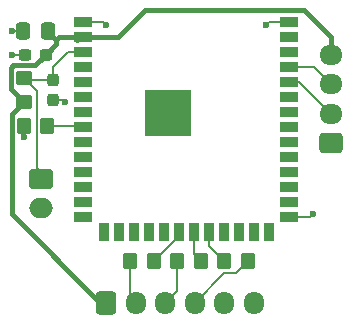
<source format=gbr>
%TF.GenerationSoftware,KiCad,Pcbnew,8.0.8*%
%TF.CreationDate,2025-02-07T05:45:52-05:00*%
%TF.ProjectId,ESP32_BluetoothModule_TerrapinRockets,45535033-325f-4426-9c75-65746f6f7468,rev?*%
%TF.SameCoordinates,Original*%
%TF.FileFunction,Copper,L1,Top*%
%TF.FilePolarity,Positive*%
%FSLAX46Y46*%
G04 Gerber Fmt 4.6, Leading zero omitted, Abs format (unit mm)*
G04 Created by KiCad (PCBNEW 8.0.8) date 2025-02-07 05:45:52*
%MOMM*%
%LPD*%
G01*
G04 APERTURE LIST*
G04 Aperture macros list*
%AMRoundRect*
0 Rectangle with rounded corners*
0 $1 Rounding radius*
0 $2 $3 $4 $5 $6 $7 $8 $9 X,Y pos of 4 corners*
0 Add a 4 corners polygon primitive as box body*
4,1,4,$2,$3,$4,$5,$6,$7,$8,$9,$2,$3,0*
0 Add four circle primitives for the rounded corners*
1,1,$1+$1,$2,$3*
1,1,$1+$1,$4,$5*
1,1,$1+$1,$6,$7*
1,1,$1+$1,$8,$9*
0 Add four rect primitives between the rounded corners*
20,1,$1+$1,$2,$3,$4,$5,0*
20,1,$1+$1,$4,$5,$6,$7,0*
20,1,$1+$1,$6,$7,$8,$9,0*
20,1,$1+$1,$8,$9,$2,$3,0*%
G04 Aperture macros list end*
%TA.AperFunction,ComponentPad*%
%ADD10RoundRect,0.250000X0.725000X-0.600000X0.725000X0.600000X-0.725000X0.600000X-0.725000X-0.600000X0*%
%TD*%
%TA.AperFunction,ComponentPad*%
%ADD11O,1.950000X1.700000*%
%TD*%
%TA.AperFunction,ComponentPad*%
%ADD12RoundRect,0.250000X-0.750000X0.600000X-0.750000X-0.600000X0.750000X-0.600000X0.750000X0.600000X0*%
%TD*%
%TA.AperFunction,ComponentPad*%
%ADD13O,2.000000X1.700000*%
%TD*%
%TA.AperFunction,SMDPad,CuDef*%
%ADD14R,1.500000X0.900000*%
%TD*%
%TA.AperFunction,SMDPad,CuDef*%
%ADD15R,0.900000X1.500000*%
%TD*%
%TA.AperFunction,HeatsinkPad*%
%ADD16C,0.600000*%
%TD*%
%TA.AperFunction,HeatsinkPad*%
%ADD17R,3.900000X3.900000*%
%TD*%
%TA.AperFunction,SMDPad,CuDef*%
%ADD18RoundRect,0.250000X-0.350000X-0.450000X0.350000X-0.450000X0.350000X0.450000X-0.350000X0.450000X0*%
%TD*%
%TA.AperFunction,SMDPad,CuDef*%
%ADD19RoundRect,0.237500X0.300000X0.237500X-0.300000X0.237500X-0.300000X-0.237500X0.300000X-0.237500X0*%
%TD*%
%TA.AperFunction,SMDPad,CuDef*%
%ADD20RoundRect,0.250000X0.337500X0.475000X-0.337500X0.475000X-0.337500X-0.475000X0.337500X-0.475000X0*%
%TD*%
%TA.AperFunction,ComponentPad*%
%ADD21RoundRect,0.250000X-0.600000X-0.725000X0.600000X-0.725000X0.600000X0.725000X-0.600000X0.725000X0*%
%TD*%
%TA.AperFunction,ComponentPad*%
%ADD22O,1.700000X1.950000*%
%TD*%
%TA.AperFunction,SMDPad,CuDef*%
%ADD23RoundRect,0.237500X-0.237500X0.300000X-0.237500X-0.300000X0.237500X-0.300000X0.237500X0.300000X0*%
%TD*%
%TA.AperFunction,SMDPad,CuDef*%
%ADD24RoundRect,0.250000X0.450000X-0.350000X0.450000X0.350000X-0.450000X0.350000X-0.450000X-0.350000X0*%
%TD*%
%TA.AperFunction,SMDPad,CuDef*%
%ADD25RoundRect,0.250000X0.350000X0.450000X-0.350000X0.450000X-0.350000X-0.450000X0.350000X-0.450000X0*%
%TD*%
%TA.AperFunction,ViaPad*%
%ADD26C,0.600000*%
%TD*%
%TA.AperFunction,Conductor*%
%ADD27C,0.200000*%
%TD*%
%TA.AperFunction,Conductor*%
%ADD28C,0.400000*%
%TD*%
G04 APERTURE END LIST*
D10*
%TO.P,J2,1,Pin_1*%
%TO.N,GND*%
X132000000Y-117000000D03*
D11*
%TO.P,J2,2,Pin_2*%
%TO.N,/RX*%
X132000000Y-114500000D03*
%TO.P,J2,3,Pin_3*%
%TO.N,/TX*%
X132000000Y-112000000D03*
%TO.P,J2,4,Pin_4*%
%TO.N,+3.3V*%
X132000000Y-109500000D03*
%TD*%
D12*
%TO.P,J1,1,Pin_1*%
%TO.N,/EN*%
X107500000Y-120000000D03*
D13*
%TO.P,J1,2,Pin_2*%
%TO.N,/IO0*%
X107500000Y-122500000D03*
%TD*%
D14*
%TO.P,U2,1,GND*%
%TO.N,GND*%
X111000000Y-106740000D03*
%TO.P,U2,2,3V3*%
%TO.N,+3.3V*%
X111000000Y-108010000D03*
%TO.P,U2,3,EN*%
%TO.N,/EN*%
X111000000Y-109280000D03*
%TO.P,U2,4,IO4*%
%TO.N,unconnected-(U2-IO4-Pad4)*%
X111000000Y-110550000D03*
%TO.P,U2,5,IO5*%
%TO.N,unconnected-(U2-IO5-Pad5)*%
X111000000Y-111820000D03*
%TO.P,U2,6,IO6*%
%TO.N,unconnected-(U2-IO6-Pad6)*%
X111000000Y-113090000D03*
%TO.P,U2,7,IO7*%
%TO.N,unconnected-(U2-IO7-Pad7)*%
X111000000Y-114360000D03*
%TO.P,U2,8,IO15*%
%TO.N,/IO15*%
X111000000Y-115630000D03*
%TO.P,U2,9,IO16*%
%TO.N,unconnected-(U2-IO16-Pad9)*%
X111000000Y-116900000D03*
%TO.P,U2,10,IO17*%
%TO.N,unconnected-(U2-IO17-Pad10)*%
X111000000Y-118170000D03*
%TO.P,U2,11,IO18*%
%TO.N,unconnected-(U2-IO18-Pad11)*%
X111000000Y-119440000D03*
%TO.P,U2,12,IO8*%
%TO.N,unconnected-(U2-IO8-Pad12)*%
X111000000Y-120710000D03*
%TO.P,U2,13,USB_D-*%
%TO.N,unconnected-(U2-USB_D--Pad13)*%
X111000000Y-121980000D03*
%TO.P,U2,14,USB_D+*%
%TO.N,unconnected-(U2-USB_D+-Pad14)*%
X111000000Y-123250000D03*
D15*
%TO.P,U2,15,IO3*%
%TO.N,unconnected-(U2-IO3-Pad15)*%
X112765000Y-124500000D03*
%TO.P,U2,16,IO46*%
%TO.N,unconnected-(U2-IO46-Pad16)*%
X114035000Y-124500000D03*
%TO.P,U2,17,IO9*%
%TO.N,unconnected-(U2-IO9-Pad17)*%
X115305000Y-124500000D03*
%TO.P,U2,18,IO10*%
%TO.N,unconnected-(U2-IO10-Pad18)*%
X116575000Y-124500000D03*
%TO.P,U2,19,IO11*%
%TO.N,unconnected-(U2-IO11-Pad19)*%
X117845000Y-124500000D03*
%TO.P,U2,20,IO12*%
%TO.N,/IO12*%
X119115000Y-124500000D03*
%TO.P,U2,21,IO13*%
%TO.N,/IO13*%
X120385000Y-124500000D03*
%TO.P,U2,22,IO14*%
%TO.N,/IO14*%
X121655000Y-124500000D03*
%TO.P,U2,23,IO21*%
%TO.N,unconnected-(U2-IO21-Pad23)*%
X122925000Y-124500000D03*
%TO.P,U2,24,IO47*%
%TO.N,unconnected-(U2-IO47-Pad24)*%
X124195000Y-124500000D03*
%TO.P,U2,25,IO48*%
%TO.N,unconnected-(U2-IO48-Pad25)*%
X125465000Y-124500000D03*
%TO.P,U2,26,IO45*%
%TO.N,unconnected-(U2-IO45-Pad26)*%
X126735000Y-124500000D03*
D14*
%TO.P,U2,27,IO0*%
%TO.N,/IO0*%
X128500000Y-123250000D03*
%TO.P,U2,28,IO35*%
%TO.N,unconnected-(U2-IO35-Pad28)*%
X128500000Y-121980000D03*
%TO.P,U2,29,IO36*%
%TO.N,unconnected-(U2-IO36-Pad29)*%
X128500000Y-120710000D03*
%TO.P,U2,30,IO37*%
%TO.N,unconnected-(U2-IO37-Pad30)*%
X128500000Y-119440000D03*
%TO.P,U2,31,IO38*%
%TO.N,unconnected-(U2-IO38-Pad31)*%
X128500000Y-118170000D03*
%TO.P,U2,32,IO39*%
%TO.N,unconnected-(U2-IO39-Pad32)*%
X128500000Y-116900000D03*
%TO.P,U2,33,IO40*%
%TO.N,unconnected-(U2-IO40-Pad33)*%
X128500000Y-115630000D03*
%TO.P,U2,34,IO41*%
%TO.N,unconnected-(U2-IO41-Pad34)*%
X128500000Y-114360000D03*
%TO.P,U2,35,IO42*%
%TO.N,unconnected-(U2-IO42-Pad35)*%
X128500000Y-113090000D03*
%TO.P,U2,36,RXD0*%
%TO.N,/RX*%
X128500000Y-111820000D03*
%TO.P,U2,37,TXD0*%
%TO.N,/TX*%
X128500000Y-110550000D03*
%TO.P,U2,38,IO2*%
%TO.N,unconnected-(U2-IO2-Pad38)*%
X128500000Y-109280000D03*
%TO.P,U2,39,IO1*%
%TO.N,unconnected-(U2-IO1-Pad39)*%
X128500000Y-108010000D03*
%TO.P,U2,40,GND*%
%TO.N,GND*%
X128500000Y-106740000D03*
D16*
%TO.P,U2,41,GND*%
X116850000Y-113760000D03*
X116850000Y-115160000D03*
X117550000Y-113060000D03*
X117550000Y-114460000D03*
X117550000Y-115860000D03*
X118250000Y-113760000D03*
D17*
X118250000Y-114460000D03*
D16*
X118250000Y-115160000D03*
X118950000Y-113060000D03*
X118950000Y-114460000D03*
X118950000Y-115860000D03*
X119650000Y-113760000D03*
X119650000Y-115160000D03*
%TD*%
D18*
%TO.P,R5,1*%
%TO.N,Net-(J3-Pin_5)*%
X106000000Y-115500000D03*
%TO.P,R5,2*%
%TO.N,/IO15*%
X108000000Y-115500000D03*
%TD*%
D19*
%TO.P,C2,1*%
%TO.N,+3.3V*%
X107862500Y-109500000D03*
%TO.P,C2,2*%
%TO.N,GND*%
X106137500Y-109500000D03*
%TD*%
D20*
%TO.P,C1,1*%
%TO.N,+3.3V*%
X108037500Y-107500000D03*
%TO.P,C1,2*%
%TO.N,GND*%
X105962500Y-107500000D03*
%TD*%
D18*
%TO.P,R2,1*%
%TO.N,Net-(J3-Pin_2)*%
X115000000Y-127000000D03*
%TO.P,R2,2*%
%TO.N,/IO12*%
X117000000Y-127000000D03*
%TD*%
D21*
%TO.P,J3,1,Pin_1*%
%TO.N,+3.3V*%
X113000000Y-130500000D03*
D22*
%TO.P,J3,2,Pin_2*%
%TO.N,Net-(J3-Pin_2)*%
X115500000Y-130500000D03*
%TO.P,J3,3,Pin_3*%
%TO.N,Net-(J3-Pin_3)*%
X118000000Y-130500000D03*
%TO.P,J3,4,Pin_4*%
%TO.N,Net-(J3-Pin_4)*%
X120500000Y-130500000D03*
%TO.P,J3,5,Pin_5*%
%TO.N,Net-(J3-Pin_5)*%
X123000000Y-130500000D03*
%TO.P,J3,6,Pin_6*%
%TO.N,GND*%
X125500000Y-130500000D03*
%TD*%
D23*
%TO.P,C3,1*%
%TO.N,/EN*%
X108500000Y-111637500D03*
%TO.P,C3,2*%
%TO.N,GND*%
X108500000Y-113362500D03*
%TD*%
D24*
%TO.P,R1,1*%
%TO.N,+3.3V*%
X106000000Y-113500000D03*
%TO.P,R1,2*%
%TO.N,/EN*%
X106000000Y-111500000D03*
%TD*%
D25*
%TO.P,R4,1*%
%TO.N,Net-(J3-Pin_4)*%
X125000000Y-127000000D03*
%TO.P,R4,2*%
%TO.N,/IO14*%
X123000000Y-127000000D03*
%TD*%
D18*
%TO.P,R3,1*%
%TO.N,Net-(J3-Pin_3)*%
X119000000Y-127000000D03*
%TO.P,R3,2*%
%TO.N,/IO13*%
X121000000Y-127000000D03*
%TD*%
D26*
%TO.N,GND*%
X126500000Y-107000000D03*
%TO.N,/IO0*%
X130500000Y-123000000D03*
%TO.N,Net-(J3-Pin_5)*%
X106000000Y-116500000D03*
%TO.N,GND*%
X105000000Y-109500000D03*
X109500000Y-113500000D03*
X113000000Y-107000000D03*
X105000000Y-107500000D03*
%TD*%
D27*
%TO.N,GND*%
X126760000Y-106740000D02*
X126500000Y-107000000D01*
X128500000Y-106740000D02*
X126760000Y-106740000D01*
%TO.N,/IO0*%
X130250000Y-123250000D02*
X128500000Y-123250000D01*
X130500000Y-123000000D02*
X130250000Y-123250000D01*
D28*
%TO.N,+3.3V*%
X105000000Y-123000000D02*
X112500000Y-130500000D01*
X105000000Y-114500000D02*
X105000000Y-123000000D01*
X112500000Y-130500000D02*
X113000000Y-130500000D01*
X106000000Y-113500000D02*
X105000000Y-114500000D01*
D27*
%TO.N,GND*%
X112740000Y-106740000D02*
X110700000Y-106740000D01*
X110700000Y-106740000D02*
X110500000Y-106940000D01*
X113000000Y-107000000D02*
X112740000Y-106740000D01*
X105962500Y-107500000D02*
X105000000Y-107500000D01*
X106137500Y-109500000D02*
X105000000Y-109500000D01*
%TO.N,/EN*%
X107100000Y-112600000D02*
X106000000Y-111500000D01*
X107500000Y-119500000D02*
X107100000Y-119100000D01*
X107100000Y-119100000D02*
X107100000Y-112600000D01*
X107500000Y-120000000D02*
X107500000Y-119500000D01*
D28*
%TO.N,+3.3V*%
X129700000Y-105700000D02*
X132000000Y-108000000D01*
X116300000Y-105700000D02*
X129700000Y-105700000D01*
X113990000Y-108010000D02*
X116300000Y-105700000D01*
X111000000Y-108010000D02*
X113990000Y-108010000D01*
X132000000Y-108000000D02*
X132000000Y-109500000D01*
X110300000Y-108010000D02*
X110500000Y-108210000D01*
X108747500Y-108210000D02*
X108947500Y-108010000D01*
X108947500Y-108010000D02*
X110300000Y-108010000D01*
X107862500Y-109500000D02*
X108747500Y-108615000D01*
X108747500Y-108615000D02*
X108747500Y-108210000D01*
X106987500Y-110375000D02*
X107862500Y-109500000D01*
X104900000Y-110600000D02*
X105125000Y-110375000D01*
X104900000Y-112400000D02*
X104900000Y-110600000D01*
X105125000Y-110375000D02*
X106987500Y-110375000D01*
X106000000Y-113500000D02*
X104900000Y-112400000D01*
D27*
%TO.N,/TX*%
X130550000Y-110550000D02*
X128500000Y-110550000D01*
X132000000Y-112000000D02*
X130550000Y-110550000D01*
%TO.N,/RX*%
X129320000Y-111820000D02*
X128500000Y-111820000D01*
X132000000Y-114500000D02*
X129320000Y-111820000D01*
%TO.N,/EN*%
X109750000Y-109280000D02*
X111000000Y-109280000D01*
X108500000Y-110530000D02*
X109750000Y-109280000D01*
X108500000Y-111637500D02*
X108500000Y-110530000D01*
%TO.N,Net-(J3-Pin_5)*%
X106000000Y-116500000D02*
X106000000Y-115500000D01*
%TO.N,/IO15*%
X108000000Y-115500000D02*
X110870000Y-115500000D01*
X110870000Y-115500000D02*
X111000000Y-115630000D01*
%TO.N,Net-(J3-Pin_4)*%
X124000000Y-128000000D02*
X125000000Y-127000000D01*
X123000000Y-128000000D02*
X124000000Y-128000000D01*
X120500000Y-130500000D02*
X123000000Y-128000000D01*
%TO.N,Net-(J3-Pin_2)*%
X115000000Y-127000000D02*
X115000000Y-130000000D01*
X115000000Y-130000000D02*
X115500000Y-130500000D01*
%TO.N,Net-(J3-Pin_3)*%
X119000000Y-129500000D02*
X118000000Y-130500000D01*
X119000000Y-127000000D02*
X119000000Y-129500000D01*
%TO.N,/IO14*%
X121655000Y-125655000D02*
X121655000Y-124500000D01*
X123000000Y-127000000D02*
X121655000Y-125655000D01*
%TO.N,/IO13*%
X120385000Y-126385000D02*
X120385000Y-124500000D01*
X121000000Y-127000000D02*
X120385000Y-126385000D01*
%TO.N,/IO12*%
X119115000Y-124885000D02*
X119115000Y-124500000D01*
X117000000Y-127000000D02*
X119115000Y-124885000D01*
D28*
%TO.N,+3.3V*%
X106000000Y-113500000D02*
X105500000Y-113500000D01*
D27*
%TO.N,GND*%
X109362500Y-113362500D02*
X109500000Y-113500000D01*
X108500000Y-113362500D02*
X109362500Y-113362500D01*
D28*
%TO.N,+3.3V*%
X108037500Y-107500000D02*
X108747500Y-108210000D01*
D27*
%TO.N,/EN*%
X106637500Y-111637500D02*
X108500000Y-111637500D01*
X106000000Y-111500000D02*
X106500000Y-111500000D01*
X106500000Y-111500000D02*
X106637500Y-111637500D01*
%TD*%
M02*

</source>
